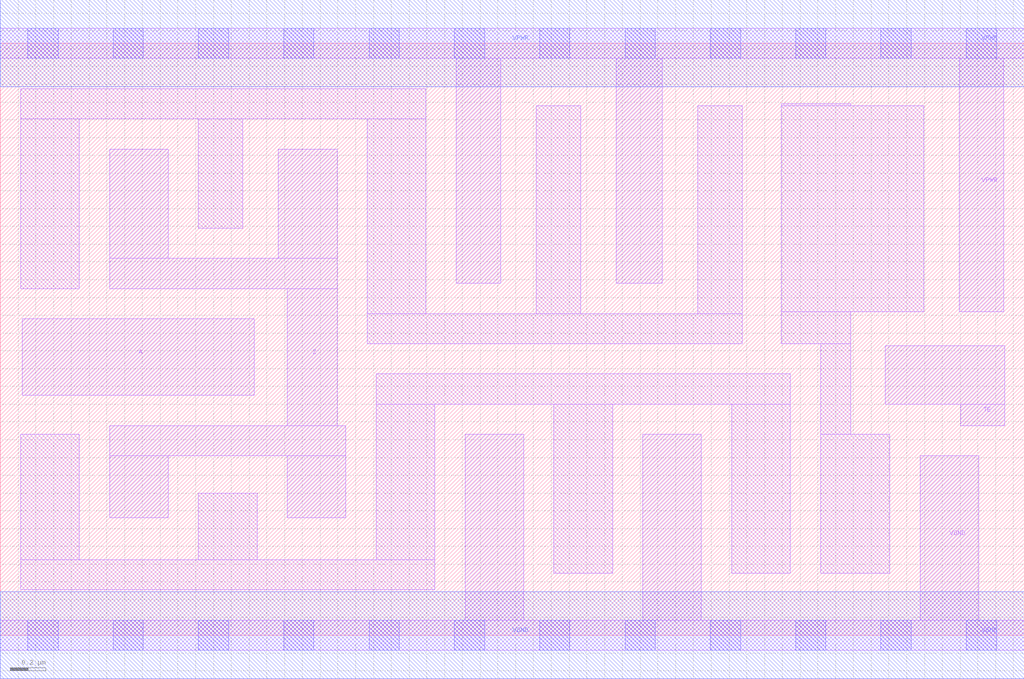
<source format=lef>
# Copyright 2020 The SkyWater PDK Authors
#
# Licensed under the Apache License, Version 2.0 (the "License");
# you may not use this file except in compliance with the License.
# You may obtain a copy of the License at
#
#     https://www.apache.org/licenses/LICENSE-2.0
#
# Unless required by applicable law or agreed to in writing, software
# distributed under the License is distributed on an "AS IS" BASIS,
# WITHOUT WARRANTIES OR CONDITIONS OF ANY KIND, either express or implied.
# See the License for the specific language governing permissions and
# limitations under the License.
#
# SPDX-License-Identifier: Apache-2.0

VERSION 5.7 ;
  NAMESCASESENSITIVE ON ;
  NOWIREEXTENSIONATPIN ON ;
  DIVIDERCHAR "/" ;
  BUSBITCHARS "[]" ;
UNITS
  DATABASE MICRONS 200 ;
END UNITS
MACRO sky130_fd_sc_ms__einvp_4
  CLASS CORE ;
  SOURCE USER ;
  FOREIGN sky130_fd_sc_ms__einvp_4 ;
  ORIGIN  0.000000  0.000000 ;
  SIZE  5.760000 BY  3.330000 ;
  SYMMETRY X Y ;
  SITE unit ;
  PIN A
    ANTENNAGATEAREA  1.250400 ;
    DIRECTION INPUT ;
    USE SIGNAL ;
    PORT
      LAYER li1 ;
        RECT 0.125000 1.350000 1.430000 1.780000 ;
    END
  END A
  PIN TE
    ANTENNAGATEAREA  0.756600 ;
    DIRECTION INPUT ;
    USE SIGNAL ;
    PORT
      LAYER li1 ;
        RECT 4.980000 1.300000 5.650000 1.630000 ;
        RECT 5.405000 1.180000 5.650000 1.300000 ;
    END
  END TE
  PIN Z
    ANTENNADIFFAREA  1.154700 ;
    DIRECTION OUTPUT ;
    USE SIGNAL ;
    PORT
      LAYER li1 ;
        RECT 0.615000 0.660000 0.945000 1.010000 ;
        RECT 0.615000 1.010000 1.945000 1.180000 ;
        RECT 0.615000 1.950000 1.895000 2.120000 ;
        RECT 0.615000 2.120000 0.945000 2.735000 ;
        RECT 1.565000 2.120000 1.895000 2.735000 ;
        RECT 1.615000 0.660000 1.945000 1.010000 ;
        RECT 1.615000 1.180000 1.895000 1.950000 ;
    END
  END Z
  PIN VGND
    DIRECTION INOUT ;
    USE GROUND ;
    PORT
      LAYER li1 ;
        RECT 0.000000 -0.085000 5.760000 0.085000 ;
        RECT 2.615000  0.085000 2.945000 1.130000 ;
        RECT 3.615000  0.085000 3.945000 1.130000 ;
        RECT 5.175000  0.085000 5.505000 1.010000 ;
      LAYER mcon ;
        RECT 0.155000 -0.085000 0.325000 0.085000 ;
        RECT 0.635000 -0.085000 0.805000 0.085000 ;
        RECT 1.115000 -0.085000 1.285000 0.085000 ;
        RECT 1.595000 -0.085000 1.765000 0.085000 ;
        RECT 2.075000 -0.085000 2.245000 0.085000 ;
        RECT 2.555000 -0.085000 2.725000 0.085000 ;
        RECT 3.035000 -0.085000 3.205000 0.085000 ;
        RECT 3.515000 -0.085000 3.685000 0.085000 ;
        RECT 3.995000 -0.085000 4.165000 0.085000 ;
        RECT 4.475000 -0.085000 4.645000 0.085000 ;
        RECT 4.955000 -0.085000 5.125000 0.085000 ;
        RECT 5.435000 -0.085000 5.605000 0.085000 ;
      LAYER met1 ;
        RECT 0.000000 -0.245000 5.760000 0.245000 ;
    END
  END VGND
  PIN VPWR
    DIRECTION INOUT ;
    USE POWER ;
    PORT
      LAYER li1 ;
        RECT 0.000000 3.245000 5.760000 3.415000 ;
        RECT 2.565000 1.980000 2.815000 3.245000 ;
        RECT 3.465000 1.980000 3.725000 3.245000 ;
        RECT 5.395000 1.820000 5.645000 3.245000 ;
      LAYER mcon ;
        RECT 0.155000 3.245000 0.325000 3.415000 ;
        RECT 0.635000 3.245000 0.805000 3.415000 ;
        RECT 1.115000 3.245000 1.285000 3.415000 ;
        RECT 1.595000 3.245000 1.765000 3.415000 ;
        RECT 2.075000 3.245000 2.245000 3.415000 ;
        RECT 2.555000 3.245000 2.725000 3.415000 ;
        RECT 3.035000 3.245000 3.205000 3.415000 ;
        RECT 3.515000 3.245000 3.685000 3.415000 ;
        RECT 3.995000 3.245000 4.165000 3.415000 ;
        RECT 4.475000 3.245000 4.645000 3.415000 ;
        RECT 4.955000 3.245000 5.125000 3.415000 ;
        RECT 5.435000 3.245000 5.605000 3.415000 ;
      LAYER met1 ;
        RECT 0.000000 3.085000 5.760000 3.575000 ;
    END
  END VPWR
  OBS
    LAYER li1 ;
      RECT 0.115000 0.255000 2.445000 0.425000 ;
      RECT 0.115000 0.425000 0.445000 1.130000 ;
      RECT 0.115000 1.950000 0.445000 2.905000 ;
      RECT 0.115000 2.905000 2.395000 3.075000 ;
      RECT 1.115000 0.425000 1.445000 0.800000 ;
      RECT 1.115000 2.290000 1.365000 2.905000 ;
      RECT 2.065000 1.640000 4.175000 1.810000 ;
      RECT 2.065000 1.810000 2.395000 2.905000 ;
      RECT 2.115000 0.425000 2.445000 1.300000 ;
      RECT 2.115000 1.300000 4.445000 1.470000 ;
      RECT 3.015000 1.810000 3.265000 2.980000 ;
      RECT 3.115000 0.350000 3.445000 1.300000 ;
      RECT 3.925000 1.810000 4.175000 2.980000 ;
      RECT 4.115000 0.350000 4.445000 1.300000 ;
      RECT 4.395000 1.640000 4.785000 1.820000 ;
      RECT 4.395000 1.820000 5.195000 2.980000 ;
      RECT 4.395000 2.980000 4.785000 2.990000 ;
      RECT 4.615000 0.350000 5.005000 1.130000 ;
      RECT 4.615000 1.130000 4.785000 1.640000 ;
  END
END sky130_fd_sc_ms__einvp_4

</source>
